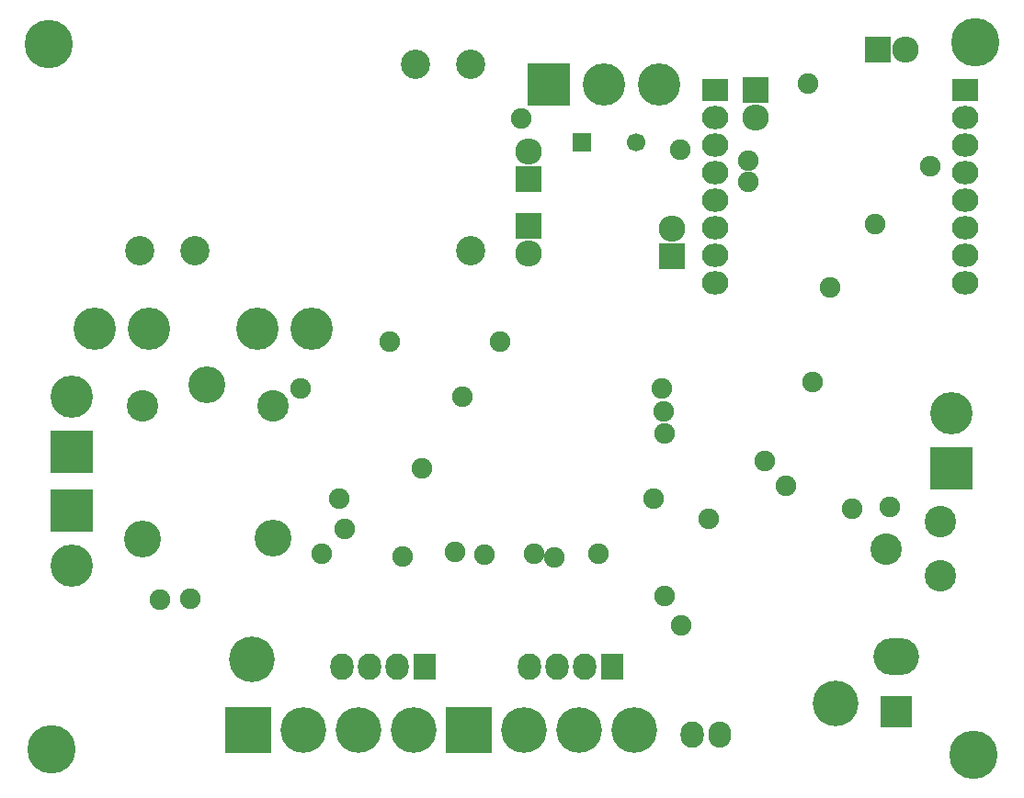
<source format=gbs>
G04 #@! TF.FileFunction,Soldermask,Bot*
%FSLAX46Y46*%
G04 Gerber Fmt 4.6, Leading zero omitted, Abs format (unit mm)*
G04 Created by KiCad (PCBNEW 4.0.2+dfsg1-stable) date wto, 5 mar 2019, 11:31:51*
%MOMM*%
G01*
G04 APERTURE LIST*
%ADD10C,0.100000*%
%ADD11R,3.900000X3.900000*%
%ADD12C,3.900000*%
%ADD13O,2.432000X2.127200*%
%ADD14R,2.432000X2.127200*%
%ADD15C,2.700000*%
%ADD16O,2.100000X2.400000*%
%ADD17O,2.120000X2.432000*%
%ADD18C,1.900000*%
%ADD19R,2.432000X2.432000*%
%ADD20O,2.432000X2.432000*%
%ADD21R,2.940000X2.940000*%
%ADD22O,4.200000X3.400000*%
%ADD23C,4.210000*%
%ADD24R,4.210000X4.210000*%
%ADD25C,2.900000*%
%ADD26C,3.400000*%
%ADD27C,2.899360*%
%ADD28R,2.127200X2.432000*%
%ADD29O,2.127200X2.432000*%
%ADD30C,4.464000*%
%ADD31R,1.700000X1.700000*%
%ADD32C,1.700000*%
%ADD33C,4.200000*%
G04 APERTURE END LIST*
D10*
D11*
X48450500Y-6540500D03*
D12*
X53530500Y-6540500D03*
X58610500Y-6540500D03*
D13*
X63811000Y-24844500D03*
X63811000Y-22304500D03*
X63811000Y-19764500D03*
X63811000Y-17224500D03*
X63811000Y-14684500D03*
X63811000Y-12144500D03*
X63811000Y-9604500D03*
D14*
X63811000Y-7064500D03*
X86811000Y-7064500D03*
D13*
X86811000Y-9604500D03*
X86811000Y-12144500D03*
X86811000Y-14684500D03*
X86811000Y-17224500D03*
X86811000Y-19764500D03*
X86811000Y-22304500D03*
X86811000Y-24844500D03*
D15*
X41275000Y-21844000D03*
X10795000Y-21844000D03*
X15875000Y-21844000D03*
X41275000Y-4664000D03*
X36195000Y-4664000D03*
D16*
X64250000Y-66500000D03*
D17*
X61710000Y-66500000D03*
D11*
X4572000Y-40386000D03*
D12*
X4572000Y-35306000D03*
D11*
X4572000Y-45847000D03*
D12*
X4572000Y-50927000D03*
X21638260Y-29083000D03*
X26636980Y-29083000D03*
X11635740Y-29083000D03*
X6637020Y-29083000D03*
D18*
X33860740Y-30226000D03*
X44020740Y-30226000D03*
D19*
X67500500Y-7048500D03*
D20*
X67500500Y-9588500D03*
D21*
X80500000Y-64340000D03*
D22*
X80500000Y-59260000D03*
D23*
X46228000Y-66040000D03*
X51308000Y-66040000D03*
D24*
X41148000Y-66040000D03*
D23*
X56388000Y-66040000D03*
D11*
X85598000Y-41910000D03*
D12*
X85598000Y-36830000D03*
D19*
X78820000Y-3270000D03*
D20*
X81360000Y-3270000D03*
D25*
X23068000Y-36176500D03*
D26*
X23068000Y-48376500D03*
X11018000Y-48426500D03*
D25*
X11068000Y-36176500D03*
D26*
X17018000Y-34226500D03*
D27*
X79542640Y-49362360D03*
X84582000Y-51861720D03*
X84582000Y-46863000D03*
D19*
X46620000Y-15220000D03*
D20*
X46620000Y-12680000D03*
D19*
X59817000Y-22352000D03*
D20*
X59817000Y-19812000D03*
D19*
X46620000Y-19570000D03*
D20*
X46620000Y-22110000D03*
D23*
X25908000Y-66040000D03*
X30988000Y-66040000D03*
D24*
X20828000Y-66040000D03*
D23*
X36068000Y-66040000D03*
D28*
X54356000Y-60198000D03*
D29*
X51816000Y-60198000D03*
X49276000Y-60198000D03*
X46736000Y-60198000D03*
D28*
X37084000Y-60198000D03*
D29*
X34544000Y-60198000D03*
X32004000Y-60198000D03*
X29464000Y-60198000D03*
D30*
X87630000Y-68326000D03*
X2667000Y-67818000D03*
X2413000Y-2794000D03*
X87757000Y-2667000D03*
D31*
X51520000Y-11820000D03*
D32*
X56520000Y-11820000D03*
D18*
X79920000Y-45495000D03*
X74420000Y-25270000D03*
X72820000Y-33970000D03*
X58170000Y-44720000D03*
X25654000Y-34544000D03*
X45974000Y-9652000D03*
X78520000Y-19420000D03*
X68389500Y-41211500D03*
X60706000Y-56388000D03*
X36830000Y-41910000D03*
X59182000Y-53721000D03*
X49022000Y-50165000D03*
X42545000Y-49911000D03*
X29718000Y-47498000D03*
X72326500Y-6477000D03*
X29210000Y-44704000D03*
X59118500Y-38735000D03*
X76431500Y-45600000D03*
X40513000Y-35306000D03*
X53086000Y-49784000D03*
X47117000Y-49784000D03*
X39878000Y-49657000D03*
X27559000Y-49784000D03*
X35052000Y-50038000D03*
X12636500Y-54038500D03*
X60579000Y-12573000D03*
X83629500Y-14033500D03*
X15430500Y-53911500D03*
X63246000Y-46609000D03*
X70358000Y-43561000D03*
X66865500Y-15494000D03*
X59055000Y-36703000D03*
X58928000Y-34544000D03*
X66865500Y-13589000D03*
D33*
X21100000Y-59500000D03*
X74900000Y-63600000D03*
M02*

</source>
